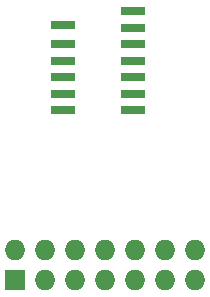
<source format=gbr>
G04 #@! TF.FileFunction,Soldermask,Top*
%FSLAX46Y46*%
G04 Gerber Fmt 4.6, Leading zero omitted, Abs format (unit mm)*
G04 Created by KiCad (PCBNEW 0.201506122246+5743~23~ubuntu14.04.1-product) date Mon 22 Jun 2015 14:25:25 BST*
%MOMM*%
G01*
G04 APERTURE LIST*
%ADD10C,0.100000*%
%ADD11R,1.727200X1.727200*%
%ADD12O,1.727200X1.727200*%
%ADD13R,2.100000X0.750000*%
G04 APERTURE END LIST*
D10*
D11*
X39370000Y-59690000D03*
D12*
X39370000Y-57150000D03*
X41910000Y-59690000D03*
X41910000Y-57150000D03*
X44450000Y-59690000D03*
X44450000Y-57150000D03*
X46990000Y-59690000D03*
X46990000Y-57150000D03*
X49530000Y-59690000D03*
X49530000Y-57150000D03*
X52070000Y-59690000D03*
X52070000Y-57150000D03*
X54610000Y-59690000D03*
X54610000Y-57150000D03*
D13*
X43400000Y-45345000D03*
X43400000Y-43945000D03*
X43400000Y-42545000D03*
X43400000Y-41145000D03*
X43400000Y-39745000D03*
X43400000Y-38145000D03*
X49310000Y-36945000D03*
X49310000Y-45345000D03*
X49310000Y-43945000D03*
X49310000Y-42545000D03*
X49310000Y-41145000D03*
X49310000Y-39745000D03*
X49310000Y-38345000D03*
M02*

</source>
